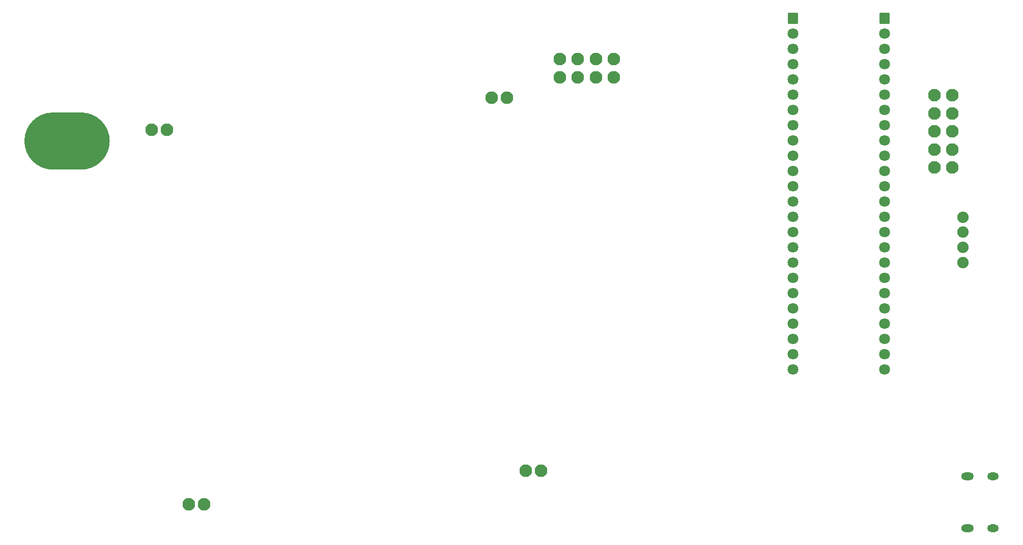
<source format=gbs>
G04 Layer: BottomSolderMaskLayer*
G04 EasyEDA Pro v2.2.35.2, 2025-02-07 11:44:48*
G04 Gerber Generator version 0.3*
G04 Scale: 100 percent, Rotated: No, Reflected: No*
G04 Dimensions in millimeters*
G04 Leading zeros omitted, absolute positions, 4 integers and 5 decimals*
%FSLAX45Y45*%
%MOMM*%
%AMRoundRect*1,1,$1,$2,$3*1,1,$1,$4,$5*1,1,$1,0-$2,0-$3*1,1,$1,0-$4,0-$5*20,1,$1,$2,$3,$4,$5,0*20,1,$1,$4,$5,0-$2,0-$3,0*20,1,$1,0-$2,0-$3,0-$4,0-$5,0*20,1,$1,0-$4,0-$5,$2,$3,0*4,1,4,$2,$3,$4,$5,0-$2,0-$3,0-$4,0-$5,$2,$3,0*%
%ADD10C,2.102*%
%ADD11C,1.8016*%
%ADD12RoundRect,0.09562X0.76499X0.85299X0.76499X-0.85299*%
%ADD13C,1.9016*%
%ADD14C,2.1016*%
%ADD15O,1.902X1.302*%
%ADD16O,2.102X1.302*%
G75*


G04 Rect Start*
G36*
G01X111296Y8153926D02*
G01X578908Y8153926D01*
G02X1055158Y7677676I0J-476250D01*
G02X578908Y7201426I-476250J0D01*
G01X111296Y7201426D01*
G02X-364954Y7677676I0J476250D01*
G02X111296Y8153926I476250J0D01*
G37*
G04 Rect End*

G04 Pad Start*
G54D10*
G01X9441561Y9039987D03*
G01X9441561Y8740013D03*
G01X9141587Y9039987D03*
G01X9141587Y8740013D03*
G01X8841613Y9039987D03*
G01X8841613Y8740013D03*
G01X8541639Y9039987D03*
G01X8541639Y8740013D03*
G54D11*
G01X12416691Y3880338D03*
G01X12416691Y4134338D03*
G01X12416691Y4388338D03*
G01X12416691Y4642338D03*
G01X12416691Y4896338D03*
G01X12416691Y5150338D03*
G01X12416691Y5404338D03*
G01X12416691Y5658338D03*
G01X12416691Y5912338D03*
G01X12416691Y6166338D03*
G01X12416691Y6420338D03*
G01X12416691Y6674338D03*
G01X12416691Y6928338D03*
G01X12416691Y7182338D03*
G01X12416691Y7436338D03*
G01X12416691Y7690338D03*
G01X12416691Y7944338D03*
G01X12416691Y8198338D03*
G01X12416691Y8452338D03*
G01X12416691Y8706338D03*
G01X12416691Y8960338D03*
G01X12416691Y9214338D03*
G01X12416691Y9468338D03*
G54D12*
G01X12416691Y9722338D03*
G54D11*
G01X13947207Y3880338D03*
G01X13947207Y4134338D03*
G01X13947207Y4388338D03*
G01X13947207Y4642338D03*
G01X13947207Y4896338D03*
G01X13947207Y5150338D03*
G01X13947207Y5404338D03*
G01X13947207Y5658338D03*
G01X13947207Y5912338D03*
G01X13947207Y6166338D03*
G01X13947207Y6420338D03*
G01X13947207Y6674338D03*
G01X13947207Y6928338D03*
G01X13947207Y7182338D03*
G01X13947207Y7436338D03*
G01X13947207Y7690338D03*
G01X13947207Y7944338D03*
G01X13947207Y8198338D03*
G01X13947207Y8452338D03*
G01X13947207Y8706338D03*
G01X13947207Y8960338D03*
G01X13947207Y9214338D03*
G01X13947207Y9468338D03*
G54D12*
G01X13947207Y9722338D03*
G54D13*
G01X15250807Y6409788D03*
G01X15250807Y6159598D03*
G01X15250807Y5909662D03*
G01X15250807Y5659726D03*
G54D14*
G01X7661302Y8396614D03*
G01X7407302Y8396614D03*
G01X2006508Y7864119D03*
G01X1752508Y7864119D03*
G01X7972942Y2190453D03*
G01X8226942Y2190453D03*
G01X2368295Y1630161D03*
G01X2622295Y1630161D03*
G54D10*
G01X15073857Y7537415D03*
G01X14773883Y7537415D03*
G01X15073857Y7837389D03*
G01X14773883Y7837389D03*
G01X15073857Y8137363D03*
G01X14773883Y8137363D03*
G01X15073857Y8437337D03*
G01X14773883Y8437337D03*
G01X15073857Y7237441D03*
G01X14773883Y7237187D03*
G54D15*
G01X15746048Y2102950D03*
G54D16*
G01X15328057Y2102950D03*
G01X15328057Y1237927D03*
G54D15*
G01X15746048Y1237927D03*
G04 Pad End*

M02*


</source>
